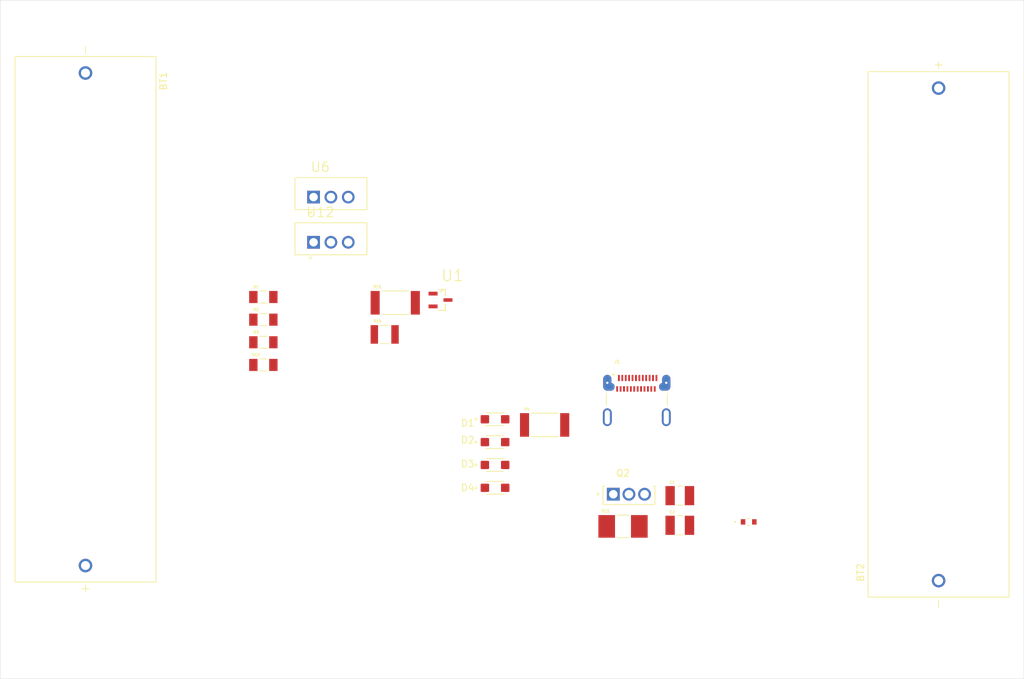
<source format=kicad_pcb>
(kicad_pcb (version 20240108) (generator "pcbnew") (generator_version "8.0")
  (layers (0 "F.Cu" signal) (31 "B.Cu" signal) (34 "B.Paste" user) (35 "F.Paste" user) (36 "B.SilkS" user "B.Silkscreen") (37 "F.SilkS" user "F.Silkscreen") (38 "B.Mask" user) (39 "F.Mask" user) (44 "Edge.Cuts" user))
  (net 0 "")
  (net 1 "Net-(R1-Pad2)")
  (net 2 "AN")
  (net 3 "Net-(U1-CATHODE)")
  (net 4 "BMS VCC")
  (net 5 "GND")
  (net 6 "Net-(D1-PadC)")
  (net 7 "Net-(D1-PadA)")
  (net 8 "Net-(D2-PadC)")
  (net 9 "Net-(D3-PadC)")
  (net 10 "Net-(LED1-Pad1)")
  (net 23 "USB D-")
  (net 28 "USB D+")
  (net 35 "VCC")
  (net 37 "Net-(BT1-PadN)")
  (net 38 "Net-(U6-ADJ)")
  (net 39 "Net-(U12-VOUT)")
  (net 40 "Net-(U6-VOUT)")
  (net 41 "Net-(U12-ADJ)")
  (footprint "DSS14UTR:SODFL3618X110N" (layer "F.Cu") (at 112.51 87.65)
    (property "Reference" "D3" (at -4.01 -0.15 0) (layer "F.SilkS"))
    (property "Value" "DSS14UTR" (hide yes))
    (fp_line (start -1.3 -0.93) (end 1.3 -0.93) (stroke (width 0.127)) (layer "F.SilkS"))
    (fp_line (start -1.3 0.93) (end 1.3 0.93) (stroke (width 0.127)) (layer "F.SilkS"))
    (fp_circle (center -2.8 0) (end -2.7 0) (stroke (width 0.2)) (fill none) (layer "F.SilkS"))
    (pad "A" smd roundrect (at 1.49 0) (size 1.24 1.22) (layers "F.Cu" "F.Paste" "F.Mask") (roundrect_rratio 0.125) (net 8 "Net-(D2-PadC)"))
    (pad "C" smd roundrect (at -1.49 0) (size 1.24 1.22) (layers "F.Cu" "F.Paste" "F.Mask") (roundrect_rratio 0.125) (net 9 "Net-(D3-PadC)"))
  )
  (footprint "Footprints:TO254P1054X470X1955-3" (layer "F.Cu") (at 88.46 54.49)
    (property "Reference" "U12" (at -1.555 -3.889 0) (layer "F.SilkS") (effects (font (size 1.4 1.4))))
    (property "Value" "LM317T" (hide yes))
    (fp_line (start -5.27 -2.35) (end 5.27 -2.35) (stroke (width 0.127)) (layer "F.SilkS"))
    (fp_line (start -5.27 2.35) (end -5.27 -2.35) (stroke (width 0.127)) (layer "F.SilkS"))
    (fp_line (start 5.27 -2.35) (end 5.27 2.35) (stroke (width 0.127)) (layer "F.SilkS"))
    (fp_line (start 5.27 2.35) (end -5.27 2.35) (stroke (width 0.127)) (layer "F.SilkS"))
    (fp_circle (center -3 2.8) (end -2.9 2.8) (stroke (width 0.2)) (fill none) (layer "F.SilkS"))
    (pad "1" thru_hole rect (at -2.54 0.51) (size 1.86 1.86) (drill 1.24) (layers "*.Cu" "*.Mask") (net 41 "Net-(U12-ADJ)"))
    (pad "2" thru_hole circle (at 0 0.51) (size 1.86 1.86) (drill 1.24) (layers "*.Cu" "*.Mask") (net 39 "Net-(U12-VOUT)"))
    (pad "3" thru_hole circle (at 2.54 0.51) (size 1.86 1.86) (drill 1.24) (layers "*.Cu" "*.Mask") (net 4 "BMS VCC"))
  )
  (footprint "RMCF1206FT1K00:RESC3216X70N" (layer "F.Cu") (at 78.561 69.665)
    (property "Reference" "R3" (at -1.08 -1.48 0) (layer "F.SilkS") (effects (font (size 0.393701 0.393701))))
    (property "Value" "RMCF1206FT1K00" (hide yes))
    (fp_line (start -0.53 -0.88) (end 0.53 -0.88) (stroke (width 0.127)) (layer "F.SilkS"))
    (fp_line (start -0.53 0.88) (end 0.53 0.88) (stroke (width 0.127)) (layer "F.SilkS"))
    (pad "1" smd rect (at -1.466 0) (size 1.23 1.77) (layers "F.Cu" "F.Paste" "F.Mask") (net 38 "Net-(U6-ADJ)"))
    (pad "2" smd rect (at 1.466 0) (size 1.23 1.77) (layers "F.Cu" "F.Paste" "F.Mask") (net 3 "Net-(U1-CATHODE)"))
  )
  (footprint "TL431AIDBZR:SOT95P237X112-3N" (layer "F.Cu") (at 104.5176 63.4652)
    (property "Reference" "U1" (at 1.75616 -3.58864 0) (layer "F.SilkS") (effects (font (size 1.643323 1.643323))))
    (property "Value" "TL431AIDBZR" (hide yes))
    (fp_line (start -0.2794 1.524) (end 0.7112 1.524) (stroke (width 0.1524)) (layer "F.SilkS"))
    (fp_line (start 0.3048 -1.524) (end -0.2794 -1.524) (stroke (width 0.1524)) (layer "F.SilkS"))
    (fp_line (start 0.7112 -1.524) (end 0.3048 -1.524) (stroke (width 0.1524)) (layer "F.SilkS"))
    (fp_line (start 0.7112 -0.5842) (end 0.7112 -1.524) (stroke (width 0.1524)) (layer "F.SilkS"))
    (fp_line (start 0.7112 1.524) (end 0.7112 0.5842) (stroke (width 0.1524)) (layer "F.SilkS"))
    (fp_arc (start 0.3048 -1.524) (mid 0.174323 -1.278521) (end -0.1016 -1.2446) (stroke (width 0.1524)) (layer "F.SilkS"))
    (pad "1" smd rect (at -1.0922 -0.9398) (size 1.3208 0.5588) (layers "F.Cu" "F.Paste" "F.Mask") (net 5 "GND"))
    (pad "2" smd rect (at -1.0922 0.9398) (size 1.3208 0.5588) (layers "F.Cu" "F.Paste" "F.Mask") (net 3 "Net-(U1-CATHODE)"))
    (pad "3" smd rect (at 1.0922 0) (size 1.3208 0.508) (layers "F.Cu" "F.Paste" "F.Mask") (net 2 "AN"))
  )
  (footprint "Footprints:BAT_1043P" (layer "F.Cu") (at 177.5 68.5 90)
    (property "Reference" "BT2" (at -34.925 -11.43 270) (layer "F.SilkS"))
    (property "Value" "1043P")
    (fp_line (start 38.525 -10.325) (end 38.525 10.325) (stroke (width 0.127)) (layer "F.SilkS"))
    (fp_line (start -38.525 -10.325) (end 38.525 -10.325) (stroke (width 0.127)) (layer "F.SilkS"))
    (fp_line (start 40.005 0) (end 39.005 0) (stroke (width 0.127)) (layer "F.SilkS"))
    (fp_line (start -39.005 0) (end -40.005 0) (stroke (width 0.127)) (layer "F.SilkS"))
    (fp_line (start 39.505 0.5) (end 39.505 -0.5) (stroke (width 0.127)) (layer "F.SilkS"))
    (fp_line (start 38.525 10.325) (end -38.525 10.325) (stroke (width 0.127)) (layer "F.SilkS"))
    (fp_line (start -38.525 10.325) (end -38.525 -10.325) (stroke (width 0.127)) (layer "F.SilkS"))
    (pad "" np_thru_hole circle (at -27.29 8 90) (size 3.55 3.55) (drill 3.55) (layers "*.Cu" "*.Mask"))
    (pad "" np_thru_hole circle (at 27.91 -8 90) (size 3.55 3.55) (drill 3.55) (layers "*.Cu" "*.Mask"))
    (pad "" np_thru_hole circle (at 36.11 8 90) (size 2.39 2.39) (drill 2.39) (layers "*.Cu" "*.Mask"))
    (pad "N" thru_hole circle (at -36.11 0 90) (size 1.98 1.98) (drill 1.32) (layers "*.Cu" "*.Mask") (net 5 "GND"))
    (pad "P" thru_hole circle (at 36.11 0 90) (size 1.98 1.98) (drill 1.32) (layers "*.Cu" "*.Mask") (net 37 "Net-(BT1-PadN)"))
  )
  (footprint "1043P:BAT_1043P" (layer "F.Cu") (at 52.5 66.29 -90)
    (property "Reference" "BT1" (at -34.925 -11.43 90) (layer "F.SilkS"))
    (property "Value" "1043P")
    (fp_line (start -38.525 10.325) (end -38.525 -10.325) (stroke (width 0.127)) (layer "F.SilkS"))
    (fp_line (start 38.525 10.325) (end -38.525 10.325) (stroke (width 0.127)) (layer "F.SilkS"))
    (fp_line (start 39.505 0.5) (end 39.505 -0.5) (stroke (width 0.127)) (layer "F.SilkS"))
    (fp_line (start -39.005 0) (end -40.005 0) (stroke (width 0.127)) (layer "F.SilkS"))
    (fp_line (start 40.005 0) (end 39.005 0) (stroke (width 0.127)) (layer "F.SilkS"))
    (fp_line (start -38.525 -10.325) (end 38.525 -10.325) (stroke (width 0.127)) (layer "F.SilkS"))
    (fp_line (start 38.525 -10.325) (end 38.525 10.325) (stroke (width 0.127)) (layer "F.SilkS"))
    (pad "" np_thru_hole circle (at -27.29 8 270) (size 3.55 3.55) (drill 3.55) (layers "*.Cu" "*.Mask"))
    (pad "" np_thru_hole circle (at 27.91 -8 270) (size 3.55 3.55) (drill 3.55) (layers "*.Cu" "*.Mask"))
    (pad "" np_thru_hole circle (at 36.11 8 270) (size 2.39 2.39) (drill 2.39) (layers "*.Cu" "*.Mask"))
    (pad "N" thru_hole circle (at -36.11 0 270) (size 1.98 1.98) (drill 1.32) (layers "*.Cu" "*.Mask") (net 37 "Net-(BT1-PadN)"))
    (pad "P" thru_hole circle (at 36.11 0 270) (size 1.98 1.98) (drill 1.32) (layers "*.Cu" "*.Mask") (net 38 "Net-(U6-ADJ)"))
  )
  (footprint "RMCF1206FT20R0:RESC3216X70N" (layer "F.Cu") (at 78.561 63.025)
    (property "Reference" "R1" (at -1.08 -1.48 0) (layer "F.SilkS") (effects (font (size 0.393701 0.393701) (thickness 0.098425))))
    (property "Value" "RMCF1206FT20R0" (hide yes))
    (fp_line (start -0.53 -0.88) (end 0.53 -0.88) (stroke (width 0.127)) (layer "F.SilkS"))
    (fp_line (start -0.53 0.88) (end 0.53 0.88) (stroke (width 0.127)) (layer "F.SilkS"))
    (pad "1" smd rect (at -1.466 0) (size 1.23 1.77) (layers "F.Cu" "F.Paste" "F.Mask") (net 2 "AN"))
    (pad "2" smd rect (at 1.466 0) (size 1.23 1.77) (layers "F.Cu" "F.Paste" "F.Mask") (net 1 "Net-(R1-Pad2)"))
  )
  (footprint "Footprints:CAPC3225X280N" (layer "F.Cu") (at 139.58 96.5)
    (property "Reference" "C2" (at -1.11 -1.95 0) (layer "F.SilkS") (effects (font (size 0.393701 0.393701) (thickness 0.098425))))
    (property "Value" "JMK325ABJ107MM-P" (hide yes))
    (fp_line (start -0.411 -1.4) (end 0.411 -1.4) (stroke (width 0.127)) (layer "F.SilkS"))
    (fp_line (start -0.411 1.4) (end 0.411 1.4) (stroke (width 0.127)) (layer "F.SilkS"))
    (pad "1" smd rect (at -1.42 0) (size 1.37 2.81) (layers "F.Cu" "F.Paste" "F.Mask") (net 39 "Net-(U12-VOUT)"))
    (pad "2" smd rect (at 1.42 0) (size 1.37 2.81) (layers "F.Cu" "F.Paste" "F.Mask") (net 5 "GND"))
  )
  (footprint "Footprints:HRS_CX90B1-24P" (layer "F.Cu") (at 133.2805 80.65)
    (property "Reference" "J1" (at -2.894195 -8.136239 0) (layer "F.SilkS") (effects (font (size 0.482345 0.482345) (thickness 0.120586))))
    (property "Value" "CX90B1-24P" (hide yes))
    (fp_poly (pts (xy -3.72 -5.6) (xy -3.72 -5) (xy -3.691 -4.996) (xy -3.666 -4.992) (xy -3.64 -4.985) (xy -3.615 -4.978) (xy -3.59 -4.969) (xy -3.566 -4.959) (xy -3.542 -4.948) (xy -3.519 -4.935) (xy -3.496 -4.921) (xy -3.475 -4.907) (xy -3.454 -4.891) (xy -3.434 -4.873) (xy -3.415 -4.855) (xy -3.397 -4.836) (xy -3.379 -4.816) (xy -3.363 -4.795) (xy -3.349 -4.774) (xy -3.335 -4.751) (xy -3.322 -4.728) (xy -3.311 -4.704) (xy -3.301 -4.68) (xy -3.292 -4.655) (xy -3.285 -4.63) (xy -3.278 -4.604) (xy -3.274 -4.579) (xy -3.27 -4.553) (xy -3.268 -4.526) (xy -3.268 -4.5) (xy -3.268 -4.474) (xy -3.27 -4.45) (xy -3.269 -4.425) (xy -3.27 -4.397) (xy -3.272 -4.37) (xy -3.276 -4.343) (xy -3.281 -4.316) (xy -3.287 -4.289) (xy -3.295 -4.263) (xy -3.304 -4.237) (xy -3.315 -4.211) (xy -3.327 -4.186) (xy -3.34 -4.162) (xy -3.354 -4.139) (xy -3.37 -4.116) (xy -3.387 -4.094) (xy -3.404 -4.073) (xy -3.423 -4.053) (xy -3.443 -4.034) (xy -3.464 -4.017) (xy -3.486 -4) (xy -3.509 -3.984) (xy -3.532 -3.97) (xy -3.556 -3.957) (xy -3.581 -3.945) (xy -3.607 -3.934) (xy -3.633 -3.925) (xy -3.659 -3.917) (xy -3.686 -3.911) (xy -3.713 -3.906) (xy -3.74 -3.902) (xy -3.77 -3.9) (xy -4.32 -3.9) (xy -4.351 -3.901) (xy -4.383 -3.903) (xy -4.414 -3.907) (xy -4.445 -3.913) (xy -4.475 -3.92) (xy -4.505 -3.929) (xy -4.535 -3.94) (xy -4.564 -3.952) (xy -4.592 -3.965) (xy -4.62 -3.98) (xy -4.647 -3.997) (xy -4.673 -4.015) (xy -4.698 -4.034) (xy -4.721 -4.054) (xy -4.744 -4.076) (xy -4.766 -4.099) (xy -4.786 -4.122) (xy -4.805 -4.147) (xy -4.823 -4.173) (xy -4.84 -4.2) (xy -4.855 -4.228) (xy -4.868 -4.256) (xy -4.88 -4.285) (xy -4.891 -4.315) (xy -4.9 -4.345) (xy -4.907 -4.375) (xy -4.913 -4.406) (xy -4.917 -4.437) (xy -4.919 -4.469) (xy -4.92 -4.5) (xy -4.92 -5.6) (xy -4.919 -5.631) (xy -4.917 -5.663) (xy -4.913 -5.694) (xy -4.907 -5.725) (xy -4.9 -5.755) (xy -4.891 -5.785) (xy -4.88 -5.815) (xy -4.868 -5.844) (xy -4.855 -5.872) (xy -4.84 -5.9) (xy -4.823 -5.927) (xy -4.805 -5.953) (xy -4.786 -5.978) (xy -4.766 -6.001) (xy -4.744 -6.024) (xy -4.721 -6.046) (xy -4.698 -6.066) (xy -4.673 -6.085) (xy -4.647 -6.103) (xy -4.62 -6.12) (xy -4.592 -6.135) (xy -4.564 -6.148) (xy -4.535 -6.16) (xy -4.505 -6.171) (xy -4.475 -6.18) (xy -4.445 -6.187) (xy -4.414 -6.193) (xy -4.383 -6.197) (xy -4.351 -6.199) (xy -4.32 -6.2) (xy -4.289 -6.199) (xy -4.257 -6.197) (xy -4.226 -6.193) (xy -4.195 -6.187) (xy -4.165 -6.18) (xy -4.135 -6.171) (xy -4.105 -6.16) (xy -4.076 -6.148) (xy -4.048 -6.135) (xy -4.02 -6.12) (xy -3.993 -6.103) (xy -3.967 -6.085) (xy -3.942 -6.066) (xy -3.919 -6.046) (xy -3.896 -6.024) (xy -3.874 -6.001) (xy -3.854 -5.978) (xy -3.835 -5.953) (xy -3.817 -5.927) (xy -3.8 -5.9) (xy -3.785 -5.872) (xy -3.772 -5.844) (xy -3.76 -5.815) (xy -3.749 -5.785) (xy -3.74 -5.755) (xy -3.733 -5.725) (xy -3.727 -5.694) (xy -3.723 -5.663) (xy -3.721 -5.631) (xy -3.72 -5.6)) (stroke (width 0.01)) (fill solid) (layer "F.Cu"))
    (fp_poly (pts (xy 3.72 -5.6) (xy 3.72 -5) (xy 3.691 -4.996) (xy 3.666 -4.992) (xy 3.64 -4.985) (xy 3.615 -4.978) (xy 3.59 -4.969) (xy 3.566 -4.959) (xy 3.542 -4.948) (xy 3.519 -4.935) (xy 3.496 -4.921) (xy 3.475 -4.907) (xy 3.454 -4.891) (xy 3.434 -4.873) (xy 3.415 -4.855) (xy 3.397 -4.836) (xy 3.379 -4.816) (xy 3.363 -4.795) (xy 3.349 -4.774) (xy 3.335 -4.751) (xy 3.322 -4.728) (xy 3.311 -4.704) (xy 3.301 -4.68) (xy 3.292 -4.655) (xy 3.285 -4.63) (xy 3.278 -4.604) (xy 3.274 -4.579) (xy 3.27 -4.553) (xy 3.268 -4.526) (xy 3.268 -4.5) (xy 3.268 -4.474) (xy 3.27 -4.45) (xy 3.269 -4.425) (xy 3.27 -4.397) (xy 3.272 -4.37) (xy 3.276 -4.343) (xy 3.281 -4.316) (xy 3.287 -4.289) (xy 3.295 -4.263) (xy 3.304 -4.237) (xy 3.315 -4.211) (xy 3.327 -4.186) (xy 3.34 -4.162) (xy 3.354 -4.139) (xy 3.37 -4.116) (xy 3.387 -4.094) (xy 3.404 -4.073) (xy 3.423 -4.053) (xy 3.443 -4.034) (xy 3.464 -4.017) (xy 3.486 -4) (xy 3.509 -3.984) (xy 3.532 -3.97) (xy 3.556 -3.957) (xy 3.581 -3.945) (xy 3.607 -3.934) (xy 3.633 -3.925) (xy 3.659 -3.917) (xy 3.686 -3.911) (xy 3.713 -3.906) (xy 3.74 -3.902) (xy 3.77 -3.9) (xy 4.32 -3.9) (xy 4.351 -3.901) (xy 4.383 -3.903) (xy 4.414 -3.907) (xy 4.445 -3.913) (xy 4.475 -3.92) (xy 4.505 -3.929) (xy 4.535 -3.94) (xy 4.564 -3.952) (xy 4.592 -3.965) (xy 4.62 -3.98) (xy 4.647 -3.997) (xy 4.673 -4.015) (xy 4.698 -4.034) (xy 4.721 -4.054) (xy 4.744 -4.076) (xy 4.766 -4.099) (xy 4.786 -4.122) (xy 4.805 -4.147) (xy 4.823 -4.173) (xy 4.84 -4.2) (xy 4.855 -4.228) (xy 4.868 -4.256) (xy 4.88 -4.285) (xy 4.891 -4.315) (xy 4.9 -4.345) (xy 4.907 -4.375) (xy 4.913 -4.406) (xy 4.917 -4.437) (xy 4.919 -4.469) (xy 4.92 -4.5) (xy 4.92 -5.6) (xy 4.919 -5.631) (xy 4.917 -5.663) (xy 4.913 -5.694) (xy 4.907 -5.725) (xy 4.9 -5.755) (xy 4.891 -5.785) (xy 4.88 -5.815) (xy 4.868 -5.844) (xy 4.855 -5.872) (xy 4.84 -5.9) (xy 4.823 -5.927) (xy 4.805 -5.953) (xy 4.786 -5.978) (xy 4.766 -6.001) (xy 4.744 -6.024) (xy 4.721 -6.046) (xy 4.698 -6.066) (xy 4.673 -6.085) (xy 4.647 -6.103) (xy 4.62 -6.12) (xy 4.592 -6.135) (xy 4.564 -6.148) (xy 4.535 -6.16) (xy 4.505 -6.171) (xy 4.475 -6.18) (xy 4.445 -6.187) (xy 4.414 -6.193) (xy 4.383 -6.197) (xy 4.351 -6.199) (xy 4.32 -6.2) (xy 4.289 -6.199) (xy 4.257 -6.197) (xy 4.226 -6.193) (xy 4.195 -6.187) (xy 4.165 -6.18) (xy 4.135 -6.171) (xy 4.105 -6.16) (xy 4.076 -6.148) (xy 4.048 -6.135) (xy 4.02 -6.12) (xy 3.993 -6.103) (xy 3.967 -6.085) (xy 3.942 -6.066) (xy 3.919 -6.046) (xy 3.896 -6.024) (xy 3.874 -6.001) (xy 3.854 -5.978) (xy 3.835 -5.953) (xy 3.817 -5.927) (xy 3.8 -5.9) (xy 3.785 -5.872) (xy 3.772 -5.844) (xy 3.76 -5.815) (xy 3.749 -5.785) (xy 3.74 -5.755) (xy 3.733 -5.725) (xy 3.727 -5.694) (xy 3.723 -5.663) (xy 3.721 -5.631) (xy 3.72 -5.6)) (stroke (width 0.01)) (fill solid) (layer "F.Cu"))
    (fp_poly (pts (xy -3.72 -5.6) (xy -3.72 -5) (xy -3.691 -4.996) (xy -3.666 -4.992) (xy -3.64 -4.985) (xy -3.615 -4.978) (xy -3.59 -4.969) (xy -3.566 -4.959) (xy -3.542 -4.948) (xy -3.519 -4.935) (xy -3.496 -4.921) (xy -3.475 -4.907) (xy -3.454 -4.891) (xy -3.434 -4.873) (xy -3.415 -4.855) (xy -3.397 -4.836) (xy -3.379 -4.816) (xy -3.363 -4.795) (xy -3.349 -4.774) (xy -3.335 -4.751) (xy -3.322 -4.728) (xy -3.311 -4.704) (xy -3.301 -4.68) (xy -3.292 -4.655) (xy -3.285 -4.63) (xy -3.278 -4.604) (xy -3.274 -4.579) (xy -3.27 -4.553) (xy -3.268 -4.526) (xy -3.268 -4.5) (xy -3.268 -4.474) (xy -3.27 -4.45) (xy -3.269 -4.425) (xy -3.27 -4.397) (xy -3.272 -4.37) (xy -3.276 -4.343) (xy -3.281 -4.316) (xy -3.287 -4.289) (xy -3.295 -4.263) (xy -3.304 -4.237) (xy -3.315 -4.211) (xy -3.327 -4.186) (xy -3.34 -4.162) (xy -3.354 -4.139) (xy -3.37 -4.116) (xy -3.387 -4.094) (xy -3.404 -4.073) (xy -3.423 -4.053) (xy -3.443 -4.034) (xy -3.464 -4.017) (xy -3.486 -4) (xy -3.509 -3.984) (xy -3.532 -3.97) (xy -3.556 -3.957) (xy -3.581 -3.945) (xy -3.607 -3.934) (xy -3.633 -3.925) (xy -3.659 -3.917) (xy -3.686 -3.911) (xy -3.713 -3.906) (xy -3.74 -3.902) (xy -3.77 -3.9) (xy -4.32 -3.9) (xy -4.351 -3.901) (xy -4.383 -3.903) (xy -4.414 -3.907) (xy -4.445 -3.913) (xy -4.475 -3.92) (xy -4.505 -3.929) (xy -4.535 -3.94) (xy -4.564 -3.952) (xy -4.592 -3.965) (xy -4.62 -3.98) (xy -4.647 -3.997) (xy -4.673 -4.015) (xy -4.698 -4.034) (xy -4.721 -4.054) (xy -4.744 -4.076) (xy -4.766 -4.099) (xy -4.786 -4.122) (xy -4.805 -4.147) (xy -4.823 -4.173) (xy -4.84 -4.2) (xy -4.855 -4.228) (xy -4.868 -4.256) (xy -4.88 -4.285) (xy -4.891 -4.315) (xy -4.9 -4.345) (xy -4.907 -4.375) (xy -4.913 -4.406) (xy -4.917 -4.437) (xy -4.919 -4.469) (xy -4.92 -4.5) (xy -4.92 -5.6) (xy -4.919 -5.631) (xy -4.917 -5.663) (xy -4.913 -5.694) (xy -4.907 -5.725) (xy -4.9 -5.755) (xy -4.891 -5.785) (xy -4.88 -5.815) (xy -4.868 -5.844) (xy -4.855 -5.872) (xy -4.84 -5.9) (xy -4.823 -5.927) (xy -4.805 -5.953) (xy -4.786 -5.978) (xy -4.766 -6.001) (xy -4.744 -6.024) (xy -4.721 -6.046) (xy -4.698 -6.066) (xy -4.673 -6.085) (xy -4.647 -6.103) (xy -4.62 -6.12) (xy -4.592 -6.135) (xy -4.564 -6.148) (xy -4.535 -6.16) (xy -4.505 -6.171) (xy -4.475 -6.18) (xy -4.445 -6.187) (xy -4.414 -6.193) (xy -4.383 -6.197) (xy -4.351 -6.199) (xy -4.32 -6.2) (xy -4.289 -6.199) (xy -4.257 -6.197) (xy -4.226 -6.193) (xy -4.195 -6.187) (xy -4.165 -6.18) (xy -4.135 -6.171) (xy -4.105 -6.16) (xy -4.076 -6.148) (xy -4.048 -6.135) (xy -4.02 -6.12) (xy -3.993 -6.103) (xy -3.967 -6.085) (xy -3.942 -6.066) (xy -3.919 -6.046) (xy -3.896 -6.024) (xy -3.874 -6.001) (xy -3.854 -5.978) (xy -3.835 -5.953) (xy -3.817 -5.927) (xy -3.8 -5.9) (xy -3.785 -5.872) (xy -3.772 -5.844) (xy -3.76 -5.815) (xy -3.749 -5.785) (xy -3.74 -5.755) (xy -3.733 -5.725) (xy -3.727 -5.694) (xy -3.723 -5.663) (xy -3.721 -5.631) (xy -3.72 -5.6)) (stroke (width 0.01)) (fill solid) (layer "B.Cu"))
    (fp_poly (pts (xy 3.72 -5.6) (xy 3.72 -5) (xy 3.691 -4.996) (xy 3.666 -4.992) (xy 3.64 -4.985) (xy 3.615 -4.978) (xy 3.59 -4.969) (xy 3.566 -4.959) (xy 3.542 -4.948) (xy 3.519 -4.935) (xy 3.496 -4.921) (xy 3.475 -4.907) (xy 3.454 -4.891) (xy 3.434 -4.873) (xy 3.415 -4.855) (xy 3.397 -4.836) (xy 3.379 -4.816) (xy 3.363 -4.795) (xy 3.349 -4.774) (xy 3.335 -4.751) (xy 3.322 -4.728) (xy 3.311 -4.704) (xy 3.301 -4.68) (xy 3.292 -4.655) (xy 3.285 -4.63) (xy 3.278 -4.604) (xy 3.274 -4.579) (xy 3.27 -4.553) (xy 3.268 -4.526) (xy 3.268 -4.5) (xy 3.268 -4.474) (xy 3.27 -4.45) (xy 3.269 -4.425) (xy 3.27 -4.397) (xy 3.272 -4.37) (xy 3.276 -4.343) (xy 3.281 -4.316) (xy 3.287 -4.289) (xy 3.295 -4.263) (xy 3.304 -4.237) (xy 3.315 -4.211) (xy 3.327 -4.186) (xy 3.34 -4.162) (xy 3.354 -4.139) (xy 3.37 -4.116) (xy 3.387 -4.094) (xy 3.404 -4.073) (xy 3.423 -4.053) (xy 3.443 -4.034) (xy 3.464 -4.017) (xy 3.486 -4) (xy 3.509 -3.984) (xy 3.532 -3.97) (xy 3.556 -3.957) (xy 3.581 -3.945) (xy 3.607 -3.934) (xy 3.633 -3.925) (xy 3.659 -3.917) (xy 3.686 -3.911) (xy 3.713 -3.906) (xy 3.74 -3.902) (xy 3.77 -3.9) (xy 4.32 -3.9) (xy 4.351 -3.901) (xy 4.383 -3.903) (xy 4.414 -3.907) (xy 4.445 -3.913) (xy 4.475 -3.92) (xy 4.505 -3.929) (xy 4.535 -3.94) (xy 4.564 -3.952) (xy 4.592 -3.965) (xy 4.62 -3.98) (xy 4.647 -3.997) (xy 4.673 -4.015) (xy 4.698 -4.034) (xy 4.721 -4.054) (xy 4.744 -4.076) (xy 4.766 -4.099) (xy 4.786 -4.122) (xy 4.805 -4.147) (xy 4.823 -4.173) (xy 4.84 -4.2) (xy 4.855 -4.228) (xy 4.868 -4.256) (xy 4.88 -4.285) (xy 4.891 -4.315) (xy 4.9 -4.345) (xy 4.907 -4.375) (xy 4.913 -4.406) (xy 4.917 -4.437) (xy 4.919 -4.469) (xy 4.92 -4.5) (xy 4.92 -5.6) (xy 4.919 -5.631) (xy 4.917 -5.663) (xy 4.913 -5.694) (xy 4.907 -5.725) (xy 4.9 -5.755) (xy 4.891 -5.785) (xy 4.88 -5.815) (xy 4.868 -5.844) (xy 4.855 -5.872) (xy 4.84 -5.9) (xy 4.823 -5.927) (xy 4.805 -5.953) (xy 4.786 -5.978) (xy 4.766 -6.001) (xy 4.744 -6.024) (xy 4.721 -6.046) (xy 4.698 -6.066) (xy 4.673 -6.085) (xy 4.647 -6.103) (xy 4.62 -6.12) (xy 4.592 -6.135) (xy 4.564 -6.148) (xy 4.535 -6.16) (xy 4.505 -6.171) (xy 4.475 -6.18) (xy 4.445 -6.187) (xy 4.414 -6.193) (xy 4.383 -6.197) (xy 4.351 -6.199) (xy 4.32 -6.2) (xy 4.289 -6.199) (xy 4.257 -6.197) (xy 4.226 -6.193) (xy 4.195 -6.187) (xy 4.165 -6.18) (xy 4.135 -6.171) (xy 4.105 -6.16) (xy 4.076 -6.148) (xy 4.048 -6.135) (xy 4.02 -6.12) (xy 3.993 -6.103) (xy 3.967 -6.085) (xy 3.942 -6.066) (xy 3.919 -6.046) (xy 3.896 -6.024) (xy 3.874 -6.001) (xy 3.854 -5.978) (xy 3.835 -5.953) (xy 3.817 -5.927) (xy 3.8 -5.9) (xy 3.785 -5.872) (xy 3.772 -5.844) (xy 3.76 -5.815) (xy 3.749 -5.785) (xy 3.74 -5.755) (xy 3.733 -5.725) (xy 3.727 -5.694) (xy 3.723 -5.663) (xy 3.721 -5.631) (xy 3.72 -5.6)) (stroke (width 0.01)) (fill solid) (layer "B.Cu"))
    (fp_line (start -4.47 -3.5) (end -4.47 -1.75) (stroke (width 0.127)) (layer "F.SilkS"))
    (fp_line (start 4.47 -1.75) (end 4.47 -3.5) (stroke (width 0.127)) (layer "F.SilkS"))
    (fp_circle (center -3.43 -6.235) (end -3.33 -6.235) (stroke (width 0.2)) (fill none) (layer "F.SilkS"))
    (fp_line (start -4.645 -4.4) (end -4.645 -5.7) (stroke (width 0.01)) (layer "Edge.Cuts"))
    (fp_line (start -3.995 -4.825) (end -3.995 -5.7) (stroke (width 0.01)) (layer "Edge.Cuts"))
    (fp_line (start -3.995 -4.825) (end -3.67 -4.825) (stroke (width 0.01)) (layer "Edge.Cuts"))
    (fp_line (start -3.67 -4.075) (end -4.32 -4.075) (stroke (width 0.01)) (layer "Edge.Cuts"))
    (fp_line (start -3.37 -4.525) (end -3.37 -4.375) (stroke (width 0.01)) (layer "Edge.Cuts"))
    (fp_line (start 3.37 -4.525) (end 3.37 -4.375) (stroke (width 0.01)) (layer "Edge.Cuts"))
    (fp_line (start 3.41 -3.38) (end 3.79 -3.38) (stroke (width 0.01)) (layer "Edge.Cuts"))
    (fp_line (start 3.67 -4.075) (end 4.32 -4.075) (stroke (width 0.01)) (layer "Edge.Cuts"))
    (fp_line (start 3.79 -2.85) (end 3.41 -2.85) (stroke (width 0.01)) (layer "Edge.Cuts"))
    (fp_line (start 3.995 -4.825) (end 3.67 -4.825) (stroke (width 0.01)) (layer "Edge.Cuts"))
    (fp_line (start 3.995 -4.825) (end 3.995 -5.7) (stroke (width 0.01)) (layer "Edge.Cuts"))
    (fp_line (start 4.645 -4.4) (end 4.645 -5.7) (stroke (width 0.01)) (layer "Edge.Cuts"))
    (fp_arc (start -4.645 -5.7) (mid -4.54981 -5.92981) (end -4.32 -6.025) (stroke (width 0.01)) (layer "Edge.Cuts"))
    (fp_arc (start -4.32 -6.025) (mid -4.09019 -5.92981) (end -3.995 -5.7) (stroke (width 0.01)) (layer "Edge.Cuts"))
    (fp_arc (start -4.32 -4.075) (mid -4.54981 -4.17019) (end -4.645 -4.4) (stroke (width 0.01)) (layer "Edge.Cuts"))
    (fp_arc (start -3.67 -4.825) (mid -3.457868 -4.737132) (end -3.37 -4.525) (stroke (width 0.01)) (layer "Edge.Cuts"))
    (fp_arc (start -3.37 -4.375) (mid -3.457868 -4.162868) (end -3.67 -4.075) (stroke (width 0.01)) (layer "Edge.Cuts"))
    (fp_arc (start 3.16 -3.115) (mid 3.230117 -3.299277) (end 3.41 -3.38) (stroke (width 0.01)) (layer "Edge.Cuts"))
    (fp_arc (start 3.37 -4.525) (mid 3.457868 -4.737132) (end 3.67 -4.825) (stroke (width 0.01)) (layer "Edge.Cuts"))
    (fp_arc (start 3.41 -2.85) (mid 3.230117 -2.930723) (end 3.16 -3.115) (stroke (width 0.01)) (layer "Edge.Cuts"))
    (fp_arc (start 3.67 -4.075) (mid 3.457868 -4.162868) (end 3.37 -4.375) (stroke (width 0.01)) (layer "Edge.Cuts"))
    (fp_arc (start 3.79 -3.38) (mid 3.969883 -3.299277) (end 4.04 -3.115) (stroke (width 0.01)) (layer "Edge.Cuts"))
    (fp_arc (start 3.995 -5.7) (mid 4.09019 -5.92981) (end 4.32 -6.025) (stroke (width 0.01)) (layer "Edge.Cuts"))
    (fp_arc (start 4.04 -3.115) (mid 3.969883 -2.930723) (end 3.79 -2.85) (stroke (width 0.01)) (layer "Edge.Cuts"))
    (fp_arc (start 4.32 -6.025) (mid 4.54981 -5.92981) (end 4.645 -5.7) (stroke (width 0.01)) (layer "Edge.Cuts"))
    (fp_arc (start 4.645 -4.4) (mid 4.54981 -4.17019) (end 4.32 -4.075) (stroke (width 0.01)) (layer "Edge.Cuts"))
    (pad "" np_thru_hole circle (at -3.6 -3.05) (size 0.63 0.63) (drill 0.63) (layers "*.Cu" "*.Mask"))
    (pad "" np_thru_hole circle (at 3.6 -3.115) (size 0.53 0.53) (drill 0.53) (layers "*.Cu" "*.Mask"))
    (pad "A1" smd rect (at -2.625 -5.75 90) (size 0.9 0.27) (layers "F.Cu" "F.Paste" "F.Mask") (net 5 "GND"))
    (pad "A2" smd rect (at -2.125 -5.75 90) (size 0.9 0.27) (layers "F.Cu" "F.Paste" "F.Mask"))
    (pad "A3" smd rect (at -1.625 -5.75 90) (size 0.9 0.27) (layers "F.Cu" "F.Paste" "F.Mask"))
    (pad "A4" smd rect (at -1.125 -5.75 90) (size 0.9 0.27) (layers "F.Cu" "F.Paste" "F.Mask") (net 35 "VCC"))
    (pad "A5" smd rect (at -0.625 -5.75 90) (size 0.9 0.27) (layers "F.Cu" "F.Paste" "F.Mask"))
    (pad "A6" smd rect (at -0.125 -5.75 90) (size 0.9 0.27) (layers "F.Cu" "F.Paste" "F.Mask") (net 28 "USB D+"))
    (pad "A7" smd rect (at 0.375 -5.75 90) (size 0.9 0.27) (layers "F.Cu" "F.Paste" "F.Mask") (net 23 "USB D-"))
    (pad "A8" smd rect (at 0.875 -5.75 90) (size 0.9 0.27) (layers "F.Cu" "F.Paste" "F.Mask"))
    (pad "A9" smd rect (at 1.375 -5.75 90) (size 0.9 0.27) (layers "F.Cu" "F.Paste" "F.Mask"))
    (pad "A10" smd rect (at 1.875 -5.75 90) (size 0.9 0.27) (layers "F.Cu" "F.Paste" "F.Mask"))
    (pad "A11" smd rect (at 2.375 -5.75 90) (size 0.9 0.27) (layers "F.Cu" "F.Paste" "F.Mask"))
    (pad "A12" smd rect (at 2.875 -5.75 90) (size 0.9 0.27) (layers "F.Cu" "F.Paste" "F.Mask"))
    (pad "B1" smd rect (at 2.625 -4.15 90) (size 0.8 0.27) (layers "F.Cu" "F.Paste" "F.Mask"))
    (pad "B2" smd rect (at 2.125 -4.15 90) (size 0.8 0.27) (layers "F.Cu" "F.Paste" "F.Mask"))
    (pad "B3" smd rect (at 1.625 -4.15 90) (size 0.8 0.27) (layers "F.Cu" "F.Paste" "F.Mask"))
    (pad "B4" smd rect (at 1.125 -4.15 90) (size 0.8 0.27) (layers "F.Cu" "F.Paste" "F.Mask"))
    (pad "B5" smd rect (at 0.625 -4.15 90) (size 0.8 0.27) (layers "F.Cu" "F.Paste" "F.Mask"))
    (pad "B6" smd rect (at 0.125 -4.15 90) (size 0.8 0.27) (layers "F.Cu" "F.Paste" "F.Mask"))
    (pad "B7" smd rect (at -0.375 -4.15 90) (size 0.8 0.27) (layers "F.Cu" "F.Paste" "F.Mask"))
    (pad "B8" smd rect (at -0.875 -4.15 90) (size 0.8 0.27) (layers "F.Cu" "F.Paste" "F.Mask"))
    (pad "B9" smd rect (at -1.375 -4.15 90) (size 0.8 0.27) (layers "F.Cu" "F.Paste" "F.Mask"))
    (pad "B10" smd rect (at -1.875 -4.15 90) (size 0.8 0.27) (layers "F.Cu" "F.Paste" "F.Mask"))
    (pad "B11" smd rect (at -2.375 -4.15 90) (size 0.8 0.27) (layers "F.Cu" "F.Paste" "F.Mask"))
    (pad "B12" smd rect (at -2.875 -4.15 90) (size 0.8 0.27) (layers "F.Cu" "F.Paste" "F.Mask"))
    (pad "P1" thru_hole oval (at -4.32 0) (size 1.3 2.6) (drill oval 0.75 2.075431) (layers "*.Cu" "*.Mask") (net 5 "GND"))
    (pad "P2" thru_hole oval (at 4.32 0) (size 1.3 2.6) (drill oval 0.75 2.075431) (layers "*.Cu" "*.Mask"))
    (pad "P3" thru_hole circle (at -4.32 -5.05) (size 0.4064 0.4064) (drill 0.35) (layers "*.Cu"))
    (pad "P4" thru_hole circle (at 4.32 -5.05) (size 0.4064 0.4064) (drill 0.35) (layers "*.Cu"))
  )
  (footprint "RMCF2512JT3K30:RESC6332X70N" (layer "F.Cu") (at 97.888 63.871)
    (property "Reference" "R15" (at -2.61 -2.33 0) (layer "F.SilkS") (effects (font (size 0.393701 0.393701) (thickness 0.098425))))
    (property "Value" "RMCF2512JT3K30" (hide yes))
    (fp_line (start -1.96 -1.73) (end 1.96 -1.73) (stroke (width 0.127)) (layer "F.SilkS"))
    (fp_line (start -1.96 1.73) (end 1.96 1.73) (stroke (width 0.127)) (layer "F.SilkS"))
    (pad "1" smd rect (at -2.944 0) (size 1.33 3.46) (layers "F.Cu" "F.Paste" "F.Mask") (net 41 "Net-(U12-ADJ)"))
    (pad "2" smd rect (at 2.944 0) (size 1.33 3.46) (layers "F.Cu" "F.Paste" "F.Mask") (net 5 "GND"))
  )
  (footprint "Footprints:CAPC3225X280N" (layer "F.Cu") (at 139.58 92.15)
    (property "Reference" "C1" (at -1.11 -1.95 0) (layer "F.SilkS") (effects (font (size 0.393701 0.393701) (thickness 0.098425))))
    (property "Value" "JMK325ABJ107MM-P" (hide yes))
    (fp_line (start -0.411 -1.4) (end 0.411 -1.4) (stroke (width 0.127)) (layer "F.SilkS"))
    (fp_line (start -0.411 1.4) (end 0.411 1.4) (stroke (width 0.127)) (layer "F.SilkS"))
    (pad "1" smd rect (at -1.42 0) (size 1.37 2.81) (layers "F.Cu" "F.Paste" "F.Mask") (net 4 "BMS VCC"))
    (pad "2" smd rect (at 1.42 0) (size 1.37 2.81) (layers "F.Cu" "F.Paste" "F.Mask") (net 5 "GND"))
  )
  (footprint "RMCF1206FT20R0:RESC3216X70N" (layer "F.Cu") (at 78.561 66.345)
    (property "Reference" "R2" (at -1.08 -1.48 0) (layer "F.SilkS") (effects (font (size 0.393701 0.393701))))
    (property "Value" "RMCF1206FT20R0" (hide yes))
    (fp_line (start -0.53 -0.88) (end 0.53 -0.88) (stroke (width 0.127)) (layer "F.SilkS"))
    (fp_line (start -0.53 0.88) (end 0.53 0.88) (stroke (width 0.127)) (layer "F.SilkS"))
    (pad "1" smd rect (at -1.466 0) (size 1.23 1.77) (layers "F.Cu" "F.Paste" "F.Mask") (net 38 "Net-(U6-ADJ)"))
    (pad "2" smd rect (at 1.466 0) (size 1.23 1.77) (layers "F.Cu" "F.Paste" "F.Mask") (net 2 "AN"))
  )
  (footprint "Footprints:TO229P760X270X1364-3" (layer "F.Cu") (at 132.127 92.1)
    (property "Reference" "Q2" (at -0.875 -3.235 0) (layer "F.SilkS"))
    (property "Value" "BD140" (hide yes))
    (fp_line (start -3.8 -1.35) (end -3.5475 -1.35) (stroke (width 0.127)) (layer "F.SilkS"))
    (fp_line (start -3.8 1.35) (end -3.8 -1.35) (stroke (width 0.127)) (layer "F.SilkS"))
    (fp_line (start 3.5475 -1.35) (end 3.8 -1.35) (stroke (width 0.127)) (layer "F.SilkS"))
    (fp_line (start 3.8 -1.35) (end 3.8 1.35) (stroke (width 0.127)) (layer "F.SilkS"))
    (fp_line (start 3.8 1.35) (end -3.8 1.35) (stroke (width 0.127)) (layer "F.SilkS"))
    (fp_circle (center -4.55 -0.155) (end -4.45 -0.155) (stroke (width 0.2)) (fill none) (layer "F.SilkS"))
    (pad "1" thru_hole rect (at -2.29 -0.155) (size 1.875 1.875) (drill 1.25) (layers "*.Cu" "*.Mask") (net 38 "Net-(U6-ADJ)"))
    (pad "2" thru_hole circle (at 0 -0.155) (size 1.875 1.875) (drill 1.25) (layers "*.Cu" "*.Mask") (net 7 "Net-(D1-PadA)"))
    (pad "3" thru_hole circle (at 2.29 -0.155) (size 1.875 1.875) (drill 1.25) (layers "*.Cu" "*.Mask") (net 3 "Net-(U1-CATHODE)"))
  )
  (footprint "DSS14UTR:SODFL3618X110N" (layer "F.Cu") (at 112.51 91)
    (property "Reference" "D4" (at -4.01 0 0) (layer "F.SilkS"))
    (property "Value" "DSS14UTR")
    (fp_line (start -1.3 -0.93) (end 1.3 -0.93) (stroke (width 0.127)) (layer "F.SilkS"))
    (fp_line (start -1.3 0.93) (end 1.3 0.93) (stroke (width 0.127)) (layer "F.SilkS"))
    (fp_circle (center -2.8 0) (end -2.7 0) (stroke (width 0.2)) (fill none) (layer "F.SilkS"))
    (pad "A" smd roundrect (at 1.49 0) (size 1.24 1.22) (layers "F.Cu" "F.Paste" "F.Mask") (roundrect_rratio 0.125) (net 9 "Net-(D3-PadC)"))
    (pad "C" smd roundrect (at -1.49 0) (size 1.24 1.22) (layers "F.Cu" "F.Paste" "F.Mask") (roundrect_rratio 0.125) (net 5 "GND"))
  )
  (footprint "Footprints:RESC6331X80N" (layer "F.Cu") (at 131.26 96.658)
    (property "Reference" "R13" (at -2.61 -2.25 0) (layer "F.SilkS") (effects (font (size 0.393701 0.393701) (thickness 0.098425))))
    (property "Value" "CRM2512-FX-2R00ELF" (hide yes))
    (fp_line (start -0.85 -1.65) (end 0.85 -1.65) (stroke (width 0.127)) (layer "F.SilkS"))
    (fp_line (start -0.85 1.65) (end 0.85 1.65) (stroke (width 0.127)) (layer "F.SilkS"))
    (pad "1" smd rect (at -2.39 0) (size 2.44 3.32) (layers "F.Cu" "F.Paste" "F.Mask") (net 40 "Net-(U6-VOUT)"))
    (pad "2" smd rect (at 2.39 0) (size 2.44 3.32) (layers "F.Cu" "F.Paste" "F.Mask") (net 38 "Net-(U6-ADJ)"))
  )
  (footprint "DSS14UTR:SODFL3618X110N" (layer "F.Cu") (at 112.51 84.3)
    (property "Reference" "D2" (at -4.01 -0.3 0) (layer "F.SilkS"))
    (property "Value" "DSS14UTR" (hide yes))
    (fp_line (start -1.3 -0.93) (end 1.3 -0.93) (stroke (width 0.127)) (layer "F.SilkS"))
    (fp_line (start -1.3 0.93) (end 1.3 0.93) (stroke (width 0.127)) (layer "F.SilkS"))
    (fp_circle (center -2.8 0) (end -2.7 0) (stroke (width 0.2)) (fill none) (layer "F.SilkS"))
    (pad "A" smd roundrect (at 1.49 0) (size 1.24 1.22) (layers "F.Cu" "F.Paste" "F.Mask") (roundrect_rratio 0.125) (net 6 "Net-(D1-PadC)"))
    (pad "C" smd roundrect (at -1.49 0) (size 1.24 1.22) (layers "F.Cu" "F.Paste" "F.Mask") (roundrect_rratio 0.125) (net 8 "Net-(D2-PadC)"))
  )
  (footprint "CRCW12101K40FKEA:RESC3225X60N" (layer "F.Cu") (at 96.338 68.508)
    (property "Reference" "R16" (at -1.06 -1.95 0) (layer "F.SilkS") (effects (font (size 0.393701 0.393701) (thickness 0.098425))))
    (property "Value" "CRCW12101K40FKEA" (hide yes))
    (fp_line (start -0.65 -1.35) (end 0.65 -1.35) (stroke (width 0.127)) (layer "F.SilkS"))
    (fp_line (start -0.65 1.35) (end 0.65 1.35) (stroke (width 0.127)) (layer "F.SilkS"))
    (pad "1" smd rect (at -1.515 0) (size 1.09 2.72) (layers "F.Cu" "F.Paste" "F.Mask") (net 39 "Net-(U12-VOUT)"))
    (pad "2" smd rect (at 1.515 0) (size 1.09 2.72) (layers "F.Cu" "F.Paste" "F.Mask") (net 41 "Net-(U12-ADJ)"))
  )
  (footprint "RMCF2512JT330R:RESC6332X70N" (layer "F.Cu") (at 119.773 81.781)
    (property "Reference" "R4" (at -2.61 -2.33 0) (layer "F.SilkS") (effects (font (size 0.393701 0.393701) (thickness 0.098425))))
    (property "Value" "RMCF2512JT330R" (hide yes))
    (fp_line (start -1.96 -1.73) (end 1.96 -1.73) (stroke (width 0.127)) (layer "F.SilkS"))
    (fp_line (start -1.96 1.73) (end 1.96 1.73) (stroke (width 0.127)) (layer "F.SilkS"))
    (pad "1" smd rect (at -2.944 0) (size 1.33 3.46) (layers "F.Cu" "F.Paste" "F.Mask") (net 7 "Net-(D1-PadA)"))
    (pad "2" smd rect (at 2.944 0) (size 1.33 3.46) (layers "F.Cu" "F.Paste" "F.Mask") (net 10 "Net-(LED1-Pad1)"))
  )
  (footprint "Footprints:LED_APT1608SGC_KNB" (layer "F.Cu") (at 149.6745 96)
    (property "Reference" "LED1" (hide yes))
    (property "Value" "APT1608SGC" (hide yes))
    (fp_line (start -0.18775 0.5207) (end 0.18775 0.5207) (stroke (width 0.1524)) (layer "F.SilkS"))
    (fp_line (start 0.18775 -0.5207) (end -0.18775 -0.5207) (stroke (width 0.1524)) (layer "F.SilkS"))
    (fp_circle (center -1.9939 0) (end -1.9177 0) (stroke (width 0.1524)) (fill none) (layer "F.SilkS"))
    (pad "1" smd rect (at -0.8255 0) (size 0.6604 0.7874) (layers "F.Cu" "F.Paste" "F.Mask") (net 10 "Net-(LED1-Pad1)"))
    (pad "2" smd rect (at 0.8255 0) (size 0.6604 0.7874) (layers "F.Cu" "F.Paste" "F.Mask") (net 5 "GND"))
  )
  (footprint "DSS14UTR:SODFL3618X110N" (layer "F.Cu") (at 112.51 80.95)
    (property "Reference" "D1" (at -4.01 0.55 0) (layer "F.SilkS"))
    (property "Value" "DSS14UTR" (hide yes))
    (fp_line (start -1.3 -0.93) (end 1.3 -0.93) (stroke (width 0.127)) (layer "F.SilkS"))
    (fp_line (start -1.3 0.93) (end 1.3 0.93) (stroke (width 0.127)) (layer "F.SilkS"))
    (fp_circle (center -2.8 0) (end -2.7 0) (stroke (width 0.2)) (fill none) (layer "F.SilkS"))
    (pad "A" smd roundrect (at 1.49 0) (size 1.24 1.22) (layers "F.Cu" "F.Paste" "F.Mask") (roundrect_rratio 0.125) (net 7 "Net-(D1-PadA)"))
    (pad "C" smd roundrect (at -1.49 0) (size 1.24 1.22) (layers "F.Cu" "F.Paste" "F.Mask") (roundrect_rratio 0.125) (net 6 "Net-(D1-PadC)"))
  )
  (footprint "RMCF1206FT20R0:RESC3216X70N" (layer "F.Cu") (at 78.561 72.985)
    (property "Reference" "R10" (at -1.08 -1.48 0) (layer "F.SilkS") (effects (font (size 0.393701 0.393701))))
    (property "Value" "RMCF1206FT20R0" (hide yes))
    (fp_line (start -0.53 -0.88) (end 0.53 -0.88) (stroke (width 0.127)) (layer "F.SilkS"))
    (fp_line (start -0.53 0.88) (end 0.53 0.88) (stroke (width 0.127)) (layer "F.SilkS"))
    (pad "1" smd rect (at -1.466 0) (size 1.23 1.77) (layers "F.Cu" "F.Paste" "F.Mask") (net 1 "Net-(R1-Pad2)"))
    (pad "2" smd rect (at 1.466 0) (size 1.23 1.77) (layers "F.Cu" "F.Paste" "F.Mask") (net 5 "GND"))
  )
  (footprint "Footprints:TO254P1054X470X1955-3" (layer "F.Cu") (at 88.46 47.865)
    (property "Reference" "U6" (at -1.555 -3.889 0) (layer "F.SilkS") (effects (font (size 1.4 1.4))))
    (property "Value" "LM317T" (hide yes))
    (fp_line (start -5.27 -2.35) (end 5.27 -2.35) (stroke (width 0.127)) (layer "F.SilkS"))
    (fp_line (start -5.27 2.35) (end -5.27 -2.35) (stroke (width 0.127)) (layer "F.SilkS"))
    (fp_line (start 5.27 -2.35) (end 5.27 2.35) (stroke (width 0.127)) (layer "F.SilkS"))
    (fp_line (start 5.27 2.35) (end -5.27 2.35) (stroke (width 0.127)) (layer "F.SilkS"))
    (fp_circle (center -3 2.8) (end -2.9 2.8) (stroke (width 0.2)) (fill none) (layer "F.SilkS"))
    (pad "1" thru_hole rect (at -2.54 0.51) (size 1.86 1.86) (drill 1.24) (layers "*.Cu" "*.Mask") (net 38 "Net-(U6-ADJ)"))
    (pad "2" thru_hole circle (at 0 0.51) (size 1.86 1.86) (drill 1.24) (layers "*.Cu" "*.Mask") (net 40 "Net-(U6-VOUT)"))
    (pad "3" thru_hole circle (at 2.54 0.51) (size 1.86 1.86) (drill 1.24) (layers "*.Cu" "*.Mask") (net 39 "Net-(U12-VOUT)"))
  )
  (gr_rect (start 40 19.5) (end 190 119) (stroke (width 0.05)) (fill none) (layer "Edge.Cuts"))
)
</source>
